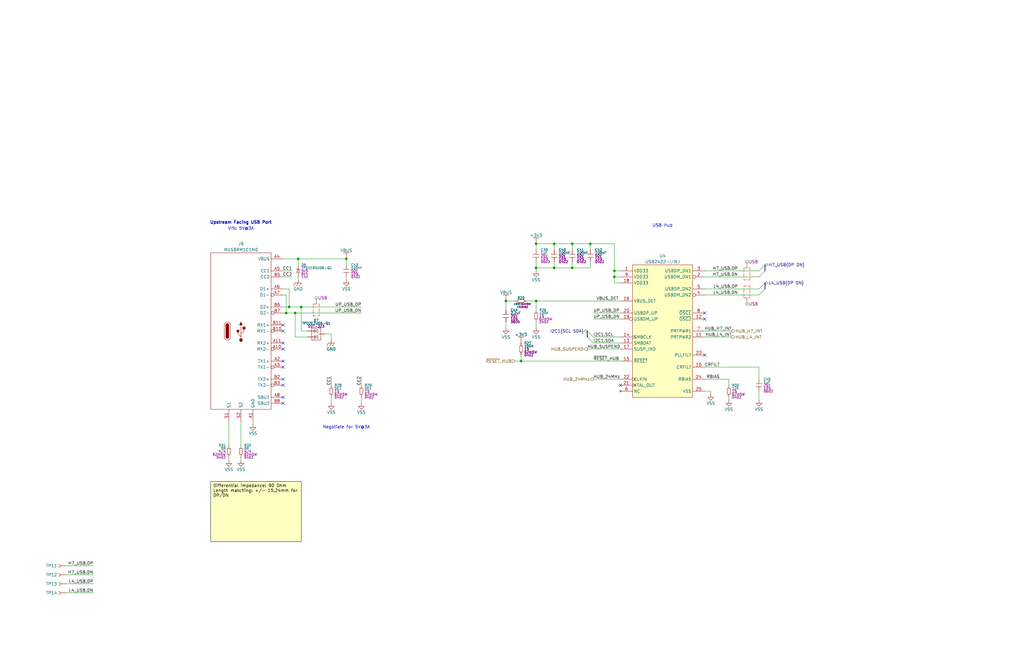
<source format=kicad_sch>
(kicad_sch (version 20250114) (generator "eeschema") (generator_version "9.0")
  (paper "B")
  (title_block (title "Awohali USB Hub") (date "2025-05-13") (rev "1") (comment 2 "PROTOTYPE") (comment 3 "2025"))
  (lib_symbols
    (symbol "lib_pwr:+3V3" (power) (pin_numbers (hide yes)) (pin_names (offset 0) (hide yes))
      (property "Value" "+3V3" (at 0 3.556 0))
      (symbol "+3V3_0_1"
        (polyline (pts (xy -1.27 2.54) (xy 0 2.54)))
        (polyline (pts (xy 0 2.54) (xy 1.27 2.54)))
        (polyline (pts (xy 0 0) (xy 0 2.54)))
      )
      (symbol "+3V3_1_1"
        (pin power_in line (at 0 0 90) (length 0) (name "~") (number "1"))
      )
    )
    (symbol "lib_pwr:CGND" (power) (pin_numbers (hide yes)) (pin_names (offset 0) (hide yes))
      (property "Value" "GND" (at 0 -3.81 0))
      (symbol "CGND_0_1"
        (polyline (pts (xy -1.27 -1.27) (xy -1.905 -2.54)))
        (polyline (pts (xy -1.27 -1.27) (xy -1.27 -1.27)))
        (polyline (pts (xy -0.254 -2.54) (xy -0.254 -2.54)))
        (polyline (pts (xy 0 0) (xy 0 -1.27)))
        (polyline (pts (xy 0 -1.27) (xy -0.635 -2.54)))
        (polyline (pts (xy 1.27 -1.27) (xy -1.27 -1.27)))
        (polyline (pts (xy 1.27 -1.27) (xy 0.635 -2.54)))
      )
      (symbol "CGND_1_1"
        (pin power_in line (at 0 0 270) (length 0) (name "~") (number "1"))
      )
    )
    (symbol "lib_pwr:VBUS" (power) (pin_numbers (hide yes)) (pin_names (offset 0) (hide yes))
      (property "Value" "VBUS" (at 0 3.556 0))
      (symbol "VBUS_0_1"
        (polyline (pts (xy -1.27 2.54) (xy 0 2.54)))
        (polyline (pts (xy 0 2.54) (xy 1.27 2.54)))
        (polyline (pts (xy 0 0) (xy 0 2.54)))
      )
      (symbol "VBUS_1_1"
        (pin power_in line (at 0 0 90) (length 0) (name "~") (number "1"))
      )
    )
    (symbol "lib_pwr:VSS" (power) (pin_numbers (hide yes)) (pin_names (offset 0) (hide yes))
      (property "Value" "VSS" (at 0 -3.81 0))
      (symbol "VSS_0_1"
        (polyline (pts (xy 0 0) (xy 0 -1.27) (xy 1.27 -1.27) (xy 0 -2.54) (xy -1.27 -1.27) (xy 0 -1.27)))
      )
      (symbol "VSS_1_1"
        (pin power_in line (at 0 0 270) (length 0) (name "~") (number "1"))
      )
    )
    (symbol "lib_sch:C" (pin_numbers (hide yes)) (pin_names (hide yes))
      (property "Reference" "C?" (at 1.905 2.54 0))
      (property "Value" "CAP" (at 1.905 1.27 0))
      (property "Tolerance" "TOL" (at 1.905 -1.27 0))
      (property "Voltage Rating" "VOLTAGE" (at 1.905 0 0))
      (property "Package" "PKG" (at 1.905 -2.54 0))
      (symbol "C_0_1"
        (polyline (pts (xy -1.27 0.635) (xy 1.27 0.635)))
        (polyline (pts (xy -1.27 -0.635) (xy 1.27 -0.635)))
      )
      (symbol "C_1_1"
        (pin passive line (at 0 2.54 270) (length 1.905) (name "") (number "1"))
        (pin passive line (at 0 -2.54 90) (length 1.905) (name "") (number "2"))
      )
    )
    (symbol "lib_sch:D_TVS_2CH_Unidirectional" (pin_numbers (hide yes))
      (property "Reference" "D" (at 2.794 1.27 0))
      (property "Value" "VAL" (at 2.794 0 0))
      (property "Package" "PKG" (at 2.794 -1.27 0))
      (symbol "D_TVS_2CH_Unidirectional_0_1"
        (polyline (pts (xy -1.27 0.635) (xy -1.905 0.635) (xy -2.159 0.889)))
        (polyline (pts (xy -1.27 0.635) (xy -0.635 0.635) (xy -0.381 0.381)))
        (polyline (pts (xy 1.27 0.635) (xy 0.635 0.635) (xy 0.381 0.889)))
        (polyline (pts (xy 1.27 0.635) (xy 1.905 0.635) (xy 2.159 0.381)))
      )
      (symbol "D_TVS_2CH_Unidirectional_1_0"
        (pin passive line (at -1.27 3.81 270) (length 3.175) (name "") (number "1"))
        (pin passive line (at 0 -3.81 90) (length 2.54) (name "") (number "3"))
        (pin passive line (at 1.27 3.81 270) (length 3.175) (name "") (number "2"))
      )
      (symbol "D_TVS_2CH_Unidirectional_1_1"
        (rectangle (start -2.54 1.905) (end 2.54 -1.905))
        (polyline (pts (xy -1.905 -0.635) (xy -0.635 -0.635) (xy -1.27 0.635) (xy -1.905 -0.635)) (stroke (width 0.1524)))
        (polyline (pts (xy 0.635 -0.635) (xy 1.905 -0.635) (xy 1.27 0.635) (xy 0.635 -0.635)) (stroke (width 0.1524)))
        (polyline (pts (xy 1.27 -0.635) (xy 1.27 -1.27) (xy -1.27 -1.27) (xy -1.27 -0.635)) (stroke (width 0) (color 129 255 190 1)))
      )
    )
    (symbol "lib_sch:D_TVS_single" (pin_numbers (hide yes))
      (property "Reference" "D" (at 1.27 2.54 0))
      (property "Value" "VAL" (at 1.27 1.27 0))
      (property "Voltage - Reverse Stabdoff" "VRM" (at 1.27 0 0))
      (property "Voltage - Breakdown" "VBR" (at 1.27 -1.27 0))
      (property "Voltage - Clamping" "VCL" (at 1.27 -2.54 0))
      (symbol "D_TVS_single_0_1"
        (polyline (pts (xy 0 0.635) (xy -0.635 0.635) (xy -0.889 0.889)))
        (polyline (pts (xy 0 0.635) (xy 0.635 0.635) (xy 0.889 0.381)))
      )
      (symbol "D_TVS_single_1_0"
        (pin passive line (at 0 2.54 270) (length 1.905) (name "") (number "1"))
        (pin passive line (at 0 -2.54 90) (length 1.905) (name "") (number "2"))
      )
      (symbol "D_TVS_single_1_1"
        (polyline (pts (xy -0.635 -0.635) (xy 0.635 -0.635) (xy 0 0.635) (xy -0.635 -0.635)) (stroke (width 0.1524)))
      )
    )
    (symbol "lib_sch:R"
      (property "Reference" "R?" (at 1.27 2.54 0))
      (property "Value" "VAL" (at 1.27 1.27 0))
      (property "Tolerance" "TOL" (at 1.27 0 0))
      (property "Power Rating" "PWR" (at 1.27 -1.27 0))
      (property "Package" "PKG" (at 1.27 -2.54 0))
      (symbol "R_0_1"
        (polyline (pts (xy -0.635 1.27) (xy -0.635 -1.27) (xy 0.635 -1.27) (xy 0.635 1.27) (xy -0.635 1.27)))
      )
      (symbol "R_1_1"
        (pin passive line (at 0 2.54 270) (length 1.27) (name "") (number "1"))
        (pin passive line (at 0 -2.54 90) (length 1.27) (name "") (number "2"))
      )
    )
    (symbol "lib_sch:R_horizontal"
      (property "Reference" "R?" (at 0 1.27 0))
      (property "Value" "VAL" (at 0 -1.27 0))
      (property "Tolerance" "TOL" (at 0 -2.54 0))
      (property "Power Rating" "PWR" (at 0 -1.27 0))
      (property "Package" "PKG" (at 0 -2.54 0))
      (symbol "R_horizontal_0_1"
        (polyline (pts (xy -1.27 -0.635) (xy 1.27 -0.635) (xy 1.27 0.635) (xy -1.27 0.635) (xy -1.27 -0.635)))
      )
      (symbol "R_horizontal_1_1"
        (pin passive line (at -2.54 0 0) (length 1.27) (name "") (number "1"))
        (pin passive line (at 2.54 0 180) (length 1.27) (name "") (number "2"))
      )
    )
    (symbol "lib_sch:Testpoint" (pin_numbers (hide yes)) (pin_names (hide yes))
      (property "Reference" "TP" (at -1.27 0 0))
      (symbol "Testpoint_0_1"
        (arc (start -0.635 0.635) (mid 0 0) (end -0.635 -0.635))
      )
      (symbol "Testpoint_1_0"
        (pin passive line (at 2.54 0 180) (length 2.54) (name "") (number "1"))
      )
    )
    (symbol "lib_sch:USB2422x/xx"
      (property "Reference" "U" (at 0 31.75 0))
      (property "Value" "USB2422x/xx" (at 0 29.21 0))
      (symbol "USB2422x/xx_1_0"
        (pin power_in line (at -17.78 25.4 0) (length 5.08) (name "VDD33") (number "1"))
        (pin power_in line (at -17.78 22.86 0) (length 5.08) (name "VDD33") (number "9"))
        (pin power_in line (at -17.78 20.32 0) (length 5.08) (name "VDD33") (number "18"))
        (pin input line (at -17.78 12.7 0) (length 5.08) (name "VBUS_DET") (number "16"))
        (pin bidirectional line (at -17.78 7.62 0) (length 5.08) (name "USBDP_UP") (number "20"))
        (pin bidirectional inverted (at -17.78 5.08 0) (length 5.08) (name "USBDM_UP") (number "19"))
        (pin input clock (at -17.78 -2.54 0) (length 5.08) (name "SMBCLK") (number "14"))
        (pin bidirectional line (at -17.78 -5.08 0) (length 5.08) (name "SMBDAT") (number "13"))
        (pin bidirectional line (at -17.78 -7.62 0) (length 5.08) (name "SUSP_IND") (number "17"))
        (pin input line (at -17.78 -12.7 0) (length 5.08) (name "~{RESET}") (number "15"))
        (pin input clock (at -17.78 -20.32 0) (length 5.08) (name "XTAL_IN") (number "22") (alternate "CLKIN" input clock))
        (pin output clock (at -17.78 -22.86 0) (length 5.08) (name "XTAL_OUT") (number "21"))
        (pin no_connect line (at -17.78 -25.4 0) (length 5.08) (name "NC") (number "6"))
        (pin bidirectional line (at 17.78 25.4 180) (length 5.08) (name "USBDP_DN1") (number "3"))
        (pin bidirectional inverted (at 17.78 22.86 180) (length 5.08) (name "USBDM_DN1") (number "2"))
        (pin bidirectional line (at 17.78 17.78 180) (length 5.08) (name "USBDP_DN2") (number "5"))
        (pin bidirectional inverted (at 17.78 15.24 180) (length 5.08) (name "USBDM_DN2") (number "4"))
        (pin input line (at 17.78 7.62 180) (length 5.08) (name "~{OSC1}") (number "8"))
        (pin input line (at 17.78 5.08 180) (length 5.08) (name "~{OSC2}") (number "12"))
        (pin output line (at 17.78 0 180) (length 5.08) (name "PRTPWR1") (number "7"))
        (pin output line (at 17.78 -2.54 180) (length 5.08) (name "PRTPWR2") (number "11"))
        (pin passive line (at 17.78 -10.16 180) (length 5.08) (name "PLLFILT") (number "23"))
        (pin passive line (at 17.78 -15.24 180) (length 5.08) (name "CRFILT") (number "10"))
        (pin input line (at 17.78 -20.32 180) (length 5.08) (name "RBIAS") (number "24"))
        (pin power_in line (at 17.78 -25.4 180) (length 5.08) (name "VSS") (number "25"))
      )
      (symbol "USB2422x/xx_1_1"
        (rectangle (start -12.7 27.94) (end 12.7 -27.94) (fill (type background)))
      )
    )
    (symbol "lib_sch:USB_C_Receptacle_24P"
      (property "Reference" "J?" (at 0 36.83 0))
      (property "Value" "USB_C_Receptacle_USB2.0" (at 0 34.29 0))
      (symbol "USB_C_Receptacle_24P_1_0"
        (pin passive line (at -5.08 -38.1 90) (length 5.08) (name "S1") (number "S1"))
        (pin passive line (at 0 -38.1 90) (length 5.08) (name "S2") (number "S2"))
        (pin power_in line (at 5.08 -38.1 90) (length 5.08) (name "GND") (number "A1"))
        (pin passive line (at 5.08 -38.1 90) (length 5.08) (hide yes) (name "GND") (number "A12"))
        (pin passive line (at 5.08 -38.1 90) (length 5.08) (hide yes) (name "GND") (number "B1"))
        (pin passive line (at 5.08 -38.1 90) (length 5.08) (hide yes) (name "GND") (number "B12"))
        (pin passive line (at 5.08 -38.1 90) (length 5.08) (hide yes) (name "GND") (number "G1"))
        (pin passive line (at 5.08 -38.1 90) (length 5.08) (hide yes) (name "GND") (number "G2"))
        (pin passive line (at 5.08 -38.1 90) (length 5.08) (hide yes) (name "GND") (number "G3"))
        (pin passive line (at 5.08 -38.1 90) (length 5.08) (hide yes) (name "GND") (number "G4"))
        (pin passive line (at 5.08 -38.1 90) (length 5.08) (hide yes) (name "GND") (number "G5"))
        (pin passive line (at 5.08 -38.1 90) (length 5.08) (hide yes) (name "GND") (number "G6"))
        (pin power_out line (at 17.78 30.48 180) (length 5.08) (name "VBUS") (number "A4"))
        (pin power_out line (at 17.78 30.48 180) (length 5.08) (hide yes) (name "VBUS") (number "A9"))
        (pin power_out line (at 17.78 30.48 180) (length 5.08) (hide yes) (name "VBUS") (number "B4"))
        (pin power_out line (at 17.78 30.48 180) (length 5.08) (hide yes) (name "VBUS") (number "B9"))
        (pin passive line (at 17.78 25.4 180) (length 5.08) (name "CC1") (number "A5"))
        (pin passive line (at 17.78 22.86 180) (length 5.08) (name "CC2") (number "B5"))
        (pin bidirectional line (at 17.78 17.78 180) (length 5.08) (name "D1+") (number "A6"))
        (pin bidirectional inverted (at 17.78 15.24 180) (length 5.08) (name "D1-") (number "A7"))
        (pin bidirectional line (at 17.78 10.16 180) (length 5.08) (name "D2+") (number "B6"))
        (pin bidirectional inverted (at 17.78 7.62 180) (length 5.08) (name "D2-") (number "B7"))
        (pin input line (at 17.78 2.54 180) (length 5.08) (name "RX1+") (number "B11"))
        (pin input inverted (at 17.78 0 180) (length 5.08) (name "RX1-") (number "B10"))
        (pin input line (at 17.78 -5.08 180) (length 5.08) (name "RX2+") (number "A11"))
        (pin input inverted (at 17.78 -7.62 180) (length 5.08) (name "RX2-") (number "A10"))
        (pin output line (at 17.78 -12.7 180) (length 5.08) (name "TX1+") (number "A2"))
        (pin output inverted (at 17.78 -15.24 180) (length 5.08) (name "TX1-") (number "A3"))
        (pin output line (at 17.78 -20.32 180) (length 5.08) (name "TX2+") (number "B2"))
        (pin output inverted (at 17.78 -22.86 180) (length 5.08) (name "TX2-") (number "B3"))
        (pin bidirectional line (at 17.78 -27.94 180) (length 5.08) (name "SBU1") (number "A8"))
        (pin bidirectional line (at 17.78 -30.48 180) (length 5.08) (name "SBU2") (number "B8"))
      )
      (symbol "USB_C_Receptacle_24P_1_1"
        (rectangle (start -12.7 33.02) (end 12.7 -33.02))
        (polyline (pts (xy -6.985 2.54) (xy -6.985 -2.54)))
        (rectangle (start -6.35 2.54) (end -5.08 -2.54) (fill (type outline)))
        (arc (start -6.985 2.54) (mid -5.715 3.81) (end -4.445 2.54))
        (circle (center -5.715 2.54) (radius 0.635) (fill (type outline)))
        (circle (center -5.715 -2.54) (radius 0.635) (fill (type outline)))
        (arc (start -4.445 -2.54) (mid -5.715 -3.81) (end -6.985 -2.54))
        (polyline (pts (xy -4.445 2.54) (xy -4.445 -2.54)))
        (circle (center -1.27 0) (radius 0.508) (fill (type outline)))
        (polyline (pts (xy 0 2.54) (xy -0.635 2.54) (xy 0 3.81) (xy 0.635 2.54) (xy 0 2.54)) (fill (type outline)))
        (polyline (pts (xy 0 -1.27) (xy 1.27 0) (xy 1.27 0.635)))
        (polyline (pts (xy 0 -2.413) (xy -1.27 -1.143) (xy -1.27 -0.508)))
        (polyline (pts (xy 0 -3.175) (xy 0 2.54)))
        (circle (center 0 -3.81) (radius 0.635) (fill (type outline)))
        (rectangle (start 0.762 1.778) (end 1.778 0.762) (fill (type outline)))
      )
    )
  )
  (text "Negotiate for 5V@3A" (at 146.05 180.34 0) (effects (font (size 1.27 1.27))))
  (text "VIN: 5V@3A" (at 101.6 96.52 0) (effects (font (size 1.27 1.27))))
  (text "Upstream Facing USB Port" (at 101.6 93.98 0) (effects (font (size 1.27 1.27) (thickness 0.254) (bold yes))))
  (text "USB Hub" (at 279.4 95.25 0) (effects (font (size 1.27 1.27))))
  (text_box "Differential impedance: 90 Ohm\nLength matching: +/- 15.24mm for DP/DN" (at 88.9 203.2 0) (size 38.1 25.4) (margins 0.9525 0.9525 0.9525 0.9525) (stroke (width 0) (color 0 0 0 1)) (fill (type color) (color 255 255 194 1)) (effects (font (size 1.27 1.27)) (justify left top)))
  (junction (at 233.68 102.87))
  (junction (at 226.06 127))
  (junction (at 146.05 109.22))
  (junction (at 259.08 116.84))
  (junction (at 248.92 102.87))
  (junction (at 125.73 109.22))
  (junction (at 121.92 129.54))
  (junction (at 226.06 102.87))
  (junction (at 259.08 114.3))
  (junction (at 127 129.54))
  (junction (at 219.71 152.4))
  (junction (at 233.68 113.03))
  (junction (at 124.46 132.08))
  (junction (at 120.65 132.08))
  (junction (at 213.36 127))
  (junction (at 241.3 113.03))
  (junction (at 241.3 102.87))
  (junction (at 226.06 113.03))
  (no_connect (at 261.62 162.56))
  (no_connect (at 119.38 160.02))
  (no_connect (at 297.18 134.62))
  (no_connect (at 119.38 162.56))
  (no_connect (at 119.38 170.18))
  (no_connect (at 119.38 139.7))
  (no_connect (at 119.38 152.4))
  (no_connect (at 119.38 137.16))
  (no_connect (at 297.18 149.86))
  (no_connect (at 119.38 144.78))
  (no_connect (at 119.38 147.32))
  (no_connect (at 119.38 167.64))
  (no_connect (at 297.18 132.08))
  (no_connect (at 119.38 154.94))
  (bus_entry (at 320.04 114.3) (size 2.54 -2.54))
  (bus_entry (at 250.19 144.78) (size -2.54 -2.54))
  (bus_entry (at 320.04 116.84) (size 2.54 -2.54))
  (bus_entry (at 320.04 121.92) (size 2.54 -2.54))
  (bus_entry (at 250.19 142.24) (size -2.54 -2.54))
  (bus_entry (at 320.04 124.46) (size 2.54 -2.54))
  (wire (pts (xy 139.7 140.97) (xy 139.7 143.51)))
  (wire (pts (xy 241.3 113.03) (xy 233.68 113.03)))
  (wire (pts (xy 250.19 144.78) (xy 261.62 144.78)))
  (wire (pts (xy 121.92 129.54) (xy 127 129.54)))
  (wire (pts (xy 226.06 102.87) (xy 226.06 105.41)))
  (wire (pts (xy 119.38 116.84) (xy 123.19 116.84)))
  (wire (pts (xy 39.37 246.38) (xy 27.94 246.38)))
  (wire (pts (xy 307.34 160.02) (xy 297.18 160.02)))
  (wire (pts (xy 146.05 109.22) (xy 146.05 111.76)))
  (wire (pts (xy 320.04 165.1) (xy 320.04 168.91)))
  (wire (pts (xy 101.6 193.04) (xy 101.6 194.31)))
  (wire (pts (xy 297.18 124.46) (xy 320.04 124.46)))
  (wire (pts (xy 119.38 124.46) (xy 120.65 124.46)))
  (wire (pts (xy 241.3 102.87) (xy 233.68 102.87)))
  (wire (pts (xy 259.08 114.3) (xy 261.62 114.3)))
  (wire (pts (xy 213.36 135.89) (xy 213.36 138.43)))
  (wire (pts (xy 139.7 158.75) (xy 139.7 162.56)))
  (wire (pts (xy 129.54 142.24) (xy 124.46 142.24)))
  (wire (pts (xy 259.08 119.38) (xy 259.08 116.84)))
  (wire (pts (xy 250.19 160.02) (xy 261.62 160.02)))
  (bus (pts (xy 322.58 111.76) (xy 322.58 114.3)))
  (wire (pts (xy 219.71 152.4) (xy 261.62 152.4)))
  (wire (pts (xy 121.92 129.54) (xy 119.38 129.54)))
  (wire (pts (xy 120.65 132.08) (xy 124.46 132.08)))
  (wire (pts (xy 259.08 102.87) (xy 259.08 114.3)))
  (wire (pts (xy 139.7 140.97) (xy 137.16 140.97)))
  (wire (pts (xy 299.72 165.1) (xy 297.18 165.1)))
  (wire (pts (xy 226.06 127) (xy 222.25 127)))
  (wire (pts (xy 248.92 110.49) (xy 248.92 113.03)))
  (wire (pts (xy 297.18 116.84) (xy 320.04 116.84)))
  (wire (pts (xy 250.19 142.24) (xy 261.62 142.24)))
  (wire (pts (xy 119.38 121.92) (xy 121.92 121.92)))
  (wire (pts (xy 233.68 113.03) (xy 226.06 113.03)))
  (wire (pts (xy 248.92 113.03) (xy 241.3 113.03)))
  (wire (pts (xy 226.06 127) (xy 261.62 127)))
  (wire (pts (xy 127 129.54) (xy 127 139.7)))
  (wire (pts (xy 152.4 167.64) (xy 152.4 170.18)))
  (wire (pts (xy 39.37 242.57) (xy 27.94 242.57)))
  (wire (pts (xy 125.73 109.22) (xy 125.73 111.76)))
  (wire (pts (xy 152.4 158.75) (xy 152.4 162.56)))
  (wire (pts (xy 248.92 102.87) (xy 259.08 102.87)))
  (wire (pts (xy 307.34 162.56) (xy 307.34 160.02)))
  (bus (pts (xy 247.65 142.24) (xy 247.65 139.7)))
  (wire (pts (xy 241.3 110.49) (xy 241.3 113.03)))
  (wire (pts (xy 101.6 177.8) (xy 101.6 187.96)))
  (wire (pts (xy 226.06 113.03) (xy 226.06 114.3)))
  (wire (pts (xy 226.06 113.03) (xy 226.06 110.49)))
  (wire (pts (xy 217.17 127) (xy 213.36 127)))
  (wire (pts (xy 125.73 109.22) (xy 146.05 109.22)))
  (wire (pts (xy 226.06 130.81) (xy 226.06 127)))
  (wire (pts (xy 241.3 102.87) (xy 241.3 105.41)))
  (wire (pts (xy 320.04 160.02) (xy 320.04 154.94)))
  (wire (pts (xy 259.08 116.84) (xy 259.08 114.3)))
  (wire (pts (xy 213.36 127) (xy 213.36 130.81)))
  (wire (pts (xy 120.65 124.46) (xy 120.65 132.08)))
  (wire (pts (xy 248.92 102.87) (xy 248.92 105.41)))
  (wire (pts (xy 124.46 132.08) (xy 152.4 132.08)))
  (wire (pts (xy 120.65 132.08) (xy 119.38 132.08)))
  (wire (pts (xy 297.18 139.7) (xy 308.61 139.7)))
  (wire (pts (xy 299.72 166.37) (xy 299.72 165.1)))
  (wire (pts (xy 96.52 177.8) (xy 96.52 187.96)))
  (wire (pts (xy 119.38 114.3) (xy 123.19 114.3)))
  (wire (pts (xy 129.54 139.7) (xy 127 139.7)))
  (wire (pts (xy 250.19 134.62) (xy 261.62 134.62)))
  (wire (pts (xy 250.19 132.08) (xy 261.62 132.08)))
  (wire (pts (xy 297.18 121.92) (xy 320.04 121.92)))
  (wire (pts (xy 248.92 102.87) (xy 241.3 102.87)))
  (wire (pts (xy 259.08 119.38) (xy 261.62 119.38)))
  (bus (pts (xy 322.58 119.38) (xy 322.58 121.92)))
  (wire (pts (xy 121.92 121.92) (xy 121.92 129.54)))
  (wire (pts (xy 39.37 250.19) (xy 27.94 250.19)))
  (wire (pts (xy 320.04 154.94) (xy 297.18 154.94)))
  (wire (pts (xy 106.68 177.8) (xy 106.68 179.07)))
  (wire (pts (xy 39.37 238.76) (xy 27.94 238.76)))
  (wire (pts (xy 297.18 142.24) (xy 308.61 142.24)))
  (wire (pts (xy 127 129.54) (xy 152.4 129.54)))
  (wire (pts (xy 226.06 135.89) (xy 226.06 138.43)))
  (wire (pts (xy 119.38 109.22) (xy 125.73 109.22)))
  (wire (pts (xy 96.52 193.04) (xy 96.52 194.31)))
  (wire (pts (xy 217.17 152.4) (xy 219.71 152.4)))
  (wire (pts (xy 233.68 110.49) (xy 233.68 113.03)))
  (wire (pts (xy 219.71 149.86) (xy 219.71 152.4)))
  (wire (pts (xy 146.05 116.84) (xy 146.05 118.11)))
  (wire (pts (xy 233.68 102.87) (xy 233.68 105.41)))
  (wire (pts (xy 259.08 116.84) (xy 261.62 116.84)))
  (wire (pts (xy 307.34 167.64) (xy 307.34 168.91)))
  (wire (pts (xy 247.65 147.32) (xy 261.62 147.32)))
  (wire (pts (xy 297.18 114.3) (xy 320.04 114.3)))
  (wire (pts (xy 233.68 102.87) (xy 226.06 102.87)))
  (wire (pts (xy 124.46 132.08) (xy 124.46 142.24)))
  (wire (pts (xy 125.73 118.11) (xy 125.73 116.84)))
  (wire (pts (xy 139.7 167.64) (xy 139.7 170.18)))
  (label "CC2" (at 152.4 158.75 270))
  (label "UP_USB_DP" (at 152.4 129.54 180))
  (label "CC1" (at 139.7 158.75 270))
  (label "L4_USB.DP" (at 311.15 121.92 180))
  (label "CC1" (at 123.19 114.3 180))
  (label "CC2" (at 123.19 116.84 180))
  (label "H7_USB.DP" (at 39.37 238.76 180))
  (label "UP_USB_DN" (at 250.19 134.62 0))
  (label "H7_USB.DN" (at 39.37 242.57 180))
  (label "H7_USB.DN" (at 311.15 116.84 180))
  (label "HUB_L4_INT" (at 308.61 142.24 180))
  (label "UP_USB_DP" (at 250.19 132.08 0))
  (label "HUB_SUSPEND" (at 247.65 147.32 0))
  (label "UP_USB_DN" (at 152.4 132.08 180))
  (label "CRFILT" (at 303.53 154.94 180))
  (label "HUB_H7_INT" (at 308.61 139.7 180))
  (label "L4_USB.DP" (at 39.37 246.38 180))
  (label "~{RESET}_HUB" (at 250.19 152.4 0))
  (label "L4_USB.DN" (at 311.15 124.46 180))
  (label "I2C1.SCL" (at 250.19 142.24 0))
  (label "H7_USB.DP" (at 311.15 114.3 180))
  (label "RBIAS" (at 303.53 160.02 180))
  (label "VBUS_DET" (at 251.46 127 0))
  (label "HUB_24MHz" (at 250.19 160.02 0))
  (label "I2C1.SDA" (at 250.19 144.78 0))
  (label "L4_USB.DN" (at 39.37 250.19 180))
  (hierarchical_label "HUB_H7_INT" (shape output) (at 308.61 139.7 0))
  (hierarchical_label "L4_USB{DP DN}" (shape bidirectional) (at 322.58 119.38 0))
  (hierarchical_label "~{RESET}_HUB" (shape input) (at 217.17 152.4 180))
  (hierarchical_label "HUB_SUSPEND" (shape output) (at 247.65 147.32 180))
  (hierarchical_label "H7_USB{DP DN}" (shape bidirectional) (at 322.58 111.76 0))
  (hierarchical_label "I2C1{SCL SDA}" (shape bidirectional) (at 247.65 139.7 180))
  (hierarchical_label "HUB_24MHz" (shape output) (at 250.19 160.02 180))
  (hierarchical_label "HUB_L4_INT" (shape output) (at 308.5527 142.24 0))
  (rule_area (polyline (pts (xy 313.69 113.03) (xy 313.69 118.11) (xy 316.23 118.11) (xy 316.23 113.03)) (stroke (width 0) (type dash))))
  (rule_area (polyline (pts (xy 132.08 128.27) (xy 132.08 133.35) (xy 134.62 133.35) (xy 134.62 128.27)) (stroke (width 0) (type dash))))
  (rule_area (polyline (pts (xy 313.69 125.73) (xy 313.69 120.65) (xy 316.23 120.65) (xy 316.23 125.73)) (stroke (width 0) (type dash))))
  (netclass_flag "" (length 2.54) (shape round) (at 314.96 113.03 0) (property "Netclass" "USB" (at 315.6585 110.49 0) (effects (justify left))))
  (netclass_flag "" (length 2.54) (shape round) (at 314.96 125.73 180) (property "Netclass" "USB" (at 315.6585 128.27 0) (effects (justify left))))
  (netclass_flag "" (length 2.54) (shape round) (at 133.35 128.27 0) (property "Netclass" "USB" (at 134.0485 125.73 0) (effects (justify left))))
  (symbol (lib_id "lib_sch:Testpoint") (at 25.4 246.38 0) (unit 1) (in_bom no)
    (property "Reference" "TP13" (at 24.13 246.38 0) (effects (justify right)))
    (property "Footprint" "lib_misc:TP_1mm" (effects (hide yes)))
    (property "Manufacturer" "N/A" (effects (hide yes)))
    (property "MPN" "N/A" (effects (hide yes)))
    (property "DKPN" "N/A" (effects (hide yes)))
  )
  (symbol (lib_id "lib_pwr:VSS") (at 213.36 138.43 0) (unit 1)
    (property "Reference" "#PWR094" (effects (hide yes)))
    (property "Value" "VSS" (at 213.36 142.24 0))
  )
  (symbol (lib_id "lib_sch:R") (at 96.52 190.5 0) (mirror y) (unit 1)
    (property "Reference" "R31" (at 95.25 187.96 0) (effects (font (size 1.016 1.016)) (justify left)))
    (property "Value" "0R" (at 95.25 189.23 0) (effects (font (size 1.016 1.016)) (justify left)))
    (property "Footprint" "lib_passives:CRCW0402" (effects (hide yes)))
    (property "Datasheet" "https://www.vishay.com/docs/20035/dcrcwe3.pdf" (effects (hide yes)))
    (property "Description" "RES SMD 0 OHM JUMPER 1/16W 0402" (effects (hide yes)))
    (property "Manufacturer" "Vishay Dale" (effects (hide yes)))
    (property "MPN" "CRCW04020000Z0ED" (effects (hide yes)))
    (property "DKPN" "541-0.0JCT-ND" (effects (hide yes)))
    (property "Tolerance" "N/A" (at 95.25 190.5 0) (effects (font (size 1.016 1.016)) (justify left)))
    (property "Power Rating" "62m5W" (at 95.25 191.77 0) (effects (font (size 1.016 1.016)) (justify left)))
    (property "Package" "0402" (at 95.25 193.04 0) (effects (font (size 1.016 1.016)) (justify left)))
  )
  (symbol (lib_id "lib_sch:C") (at 146.05 114.3 0) (unit 1)
    (property "Reference" "C43" (at 147.955 111.76 0) (effects (font (size 1.016 1.016)) (justify left)))
    (property "Value" "100nF" (at 147.955 113.03 0) (effects (font (size 1.016 1.016)) (justify left)))
    (property "Footprint" "lib_passives:GCM0402" (effects (hide yes)))
    (property "Datasheet" "https://search.murata.co.jp/Ceramy/image/img/A01X/G101/ENG/GRT155R71H104KE01-01A.pdf" (effects (hide yes)))
    (property "Description" "CAP CER 0.1UF 50V X7R 0402" (effects (hide yes)))
    (property "Manufacturer" "Murata Electronics" (effects (hide yes)))
    (property "MPN" "GRT155R71H104KE01D" (effects (hide yes)))
    (property "DKPN" "490-GRT155R71H104KE01DCT-ND" (effects (hide yes)))
    (property "Tolerance" "10%" (at 147.955 115.57 0) (effects (font (size 1.016 1.016)) (justify left)))
    (property "Voltage Rating" "50V" (at 147.955 114.3 0) (effects (font (size 1.016 1.016)) (justify left)))
    (property "Package" "0402" (at 147.955 116.84 0) (effects (font (size 1.016 1.016)) (justify left)))
  )
  (symbol (lib_id "lib_sch:R") (at 152.4 165.1 0) (unit 1)
    (property "Reference" "R29" (at 153.67 162.56 0) (effects (font (size 1.016 1.016)) (justify left)))
    (property "Value" "5K1" (at 153.67 163.83 0) (effects (font (size 1.016 1.016)) (justify left)))
    (property "Footprint" "lib_passives:CRCW0402" (effects (hide yes)))
    (property "Datasheet" "https://www.vishay.com/docs/20035/dcrcwe3.pdf" (effects (hide yes)))
    (property "Description" "RES SMD 5.1K OHM 1% 1/16W 0402" (effects (hide yes)))
    (property "Manufacturer" "Vishay Dale" (effects (hide yes)))
    (property "MPN" "CRCW04025K10FKED" (effects (hide yes)))
    (property "DKPN" "541-5.10KLCT-ND" (effects (hide yes)))
    (property "Tolerance" "1%" (at 153.67 165.1 0) (effects (font (size 1.016 1.016)) (justify left)))
    (property "Power Rating" "62m5W" (at 153.67 166.37 0) (effects (font (size 1.016 1.016)) (justify left)))
    (property "Package" "0402" (at 153.67 167.64 0) (effects (font (size 1.016 1.016)) (justify left)))
  )
  (symbol (lib_id "lib_pwr:VSS") (at 139.7 170.18 0) (unit 1)
    (property "Reference" "#PWR0101" (effects (hide yes)))
    (property "Value" "VSS" (at 139.7 173.99 0))
  )
  (symbol (lib_id "lib_sch:C") (at 241.3 107.95 0) (unit 1)
    (property "Reference" "C41" (at 243.205 105.41 0) (effects (font (size 1.016 1.016)) (justify left)))
    (property "Value" "100nF" (at 243.205 106.68 0) (effects (font (size 1.016 1.016)) (justify left)))
    (property "Footprint" "lib_passives:GCM0402" (effects (hide yes)))
    (property "Datasheet" "https://search.murata.co.jp/Ceramy/image/img/A01X/G101/ENG/GRT155R71H104KE01-01A.pdf" (effects (hide yes)))
    (property "Description" "CAP CER 0.1UF 50V X7R 0402" (effects (hide yes)))
    (property "Manufacturer" "Murata Electronics" (effects (hide yes)))
    (property "MPN" "GRT155R71H104KE01D" (effects (hide yes)))
    (property "DKPN" "490-GRT155R71H104KE01DCT-ND" (effects (hide yes)))
    (property "Tolerance" "10%" (at 243.205 109.22 0) (effects (font (size 1.016 1.016)) (justify left)))
    (property "Voltage Rating" "50V" (at 243.205 107.95 0) (effects (font (size 1.016 1.016)) (justify left)))
    (property "Package" "0402" (at 243.205 110.49 0) (effects (font (size 1.016 1.016)) (justify left)))
  )
  (symbol (lib_id "lib_pwr:VSS") (at 299.72 166.37 0) (unit 1)
    (property "Reference" "#PWR098" (effects (hide yes)))
    (property "Value" "VSS" (at 299.72 170.18 0))
  )
  (symbol (lib_id "lib_sch:C") (at 248.92 107.95 0) (unit 1)
    (property "Reference" "C42" (at 250.825 105.41 0) (effects (font (size 1.016 1.016)) (justify left)))
    (property "Value" "100nF" (at 250.825 106.68 0) (effects (font (size 1.016 1.016)) (justify left)))
    (property "Footprint" "lib_passives:GCM0402" (effects (hide yes)))
    (property "Datasheet" "https://search.murata.co.jp/Ceramy/image/img/A01X/G101/ENG/GRT155R71H104KE01-01A.pdf" (effects (hide yes)))
    (property "Description" "CAP CER 0.1UF 50V X7R 0402" (effects (hide yes)))
    (property "Manufacturer" "Murata Electronics" (effects (hide yes)))
    (property "MPN" "GRT155R71H104KE01D" (effects (hide yes)))
    (property "DKPN" "490-GRT155R71H104KE01DCT-ND" (effects (hide yes)))
    (property "Tolerance" "10%" (at 250.825 109.22 0) (effects (font (size 1.016 1.016)) (justify left)))
    (property "Voltage Rating" "50V" (at 250.825 107.95 0) (effects (font (size 1.016 1.016)) (justify left)))
    (property "Package" "0402" (at 250.825 110.49 0) (effects (font (size 1.016 1.016)) (justify left)))
  )
  (symbol (lib_id "lib_pwr:VBUS") (at 146.05 109.22 0) (unit 1)
    (property "Reference" "#PWR089" (effects (hide yes)))
    (property "Value" "VBUS" (at 146.05 105.664 0))
  )
  (symbol (lib_id "lib_sch:R") (at 101.6 190.5 0) (unit 1)
    (property "Reference" "R32" (at 102.87 187.96 0) (effects (font (size 1.016 1.016)) (justify left)))
    (property "Value" "0R" (at 102.87 189.23 0) (effects (font (size 1.016 1.016)) (justify left)))
    (property "Footprint" "lib_passives:CRCW0402" (effects (hide yes)))
    (property "Datasheet" "https://www.vishay.com/docs/20035/dcrcwe3.pdf" (effects (hide yes)))
    (property "Description" "RES SMD 0 OHM JUMPER 1/16W 0402" (effects (hide yes)))
    (property "Manufacturer" "Vishay Dale" (effects (hide yes)))
    (property "MPN" "CRCW04020000Z0ED" (effects (hide yes)))
    (property "DKPN" "541-0.0JCT-ND" (effects (hide yes)))
    (property "Tolerance" "N/A" (at 102.87 190.5 0) (effects (font (size 1.016 1.016)) (justify left)))
    (property "Power Rating" "62m5W" (at 102.87 191.77 0) (effects (font (size 1.016 1.016)) (justify left)))
    (property "Package" "0402" (at 102.87 193.04 0) (effects (font (size 1.016 1.016)) (justify left)))
  )
  (symbol (lib_id "lib_sch:C") (at 320.04 162.56 0) (unit 1)
    (property "Reference" "C45" (at 321.945 160.02 0) (effects (font (size 1.016 1.016)) (justify left)))
    (property "Value" "1uF" (at 321.945 161.29 0) (effects (font (size 1.016 1.016)) (justify left)))
    (property "Footprint" "lib_passives:GRT0603" (effects (hide yes)))
    (property "Datasheet" "https://search.murata.co.jp/Ceramy/image/img/A01X/G101/ENG/GRT188R71E105KE13-01A.pdf" (effects (hide yes)))
    (property "Description" "CAP CER 1UF 25V X7R 0603" (effects (hide yes)))
    (property "Manufacturer" "Murata Electronics" (effects (hide yes)))
    (property "MPN" "GRT188R71E105KE13D" (effects (hide yes)))
    (property "DKPN" "490-GRT188R71E105KE13DCT-ND" (effects (hide yes)))
    (property "Tolerance" "10%" (at 321.945 163.83 0) (effects (font (size 1.016 1.016)) (justify left)))
    (property "Voltage Rating" "25V" (at 321.945 162.56 0) (effects (font (size 1.016 1.016)) (justify left)))
    (property "Package" "0603" (at 321.945 165.1 0) (effects (font (size 1.016 1.016)) (justify left)))
  )
  (symbol (lib_id "lib_sch:D_TVS_single") (at 125.73 114.3 0) (unit 1)
    (property "Reference" "D6" (at 127 111.76 0) (effects (font (size 1.016 1.016)) (justify left)))
    (property "Value" "TPD1E05U06-Q1" (at 127 113.03 0) (effects (font (size 1.016 1.016)) (justify left)))
    (property "Footprint" "lib_diodes:SON2P65_100X60X50L50X25N" (effects (hide yes)))
    (property "Datasheet" "https://www.ti.com/lit/ds/symlink/tpd4e05u06-q1.pdf" (effects (hide yes)))
    (property "Description" "TVS DIODE 5.5VWM 14VC 2X1SON" (effects (hide yes)))
    (property "Manufacturer" "Texas Instruments" (effects (hide yes)))
    (property "MPN" "TPD1E05U06QDPYRQ1" (effects (hide yes)))
    (property "DKPN" "296-47863-1-ND" (effects (hide yes)))
    (property "Voltage - Reverse Stabdoff" "5V5" (at 127 114.3 0) (effects (font (size 1.016 1.016)) (justify left)))
    (property "Voltage - Breakdown" "6V4" (at 127 115.57 0) (effects (font (size 1.016 1.016)) (justify left)))
    (property "Voltage - Clamping" "14V" (at 127 116.84 0) (effects (font (size 1.016 1.016)) (justify left)))
  )
  (symbol (lib_id "lib_pwr:VSS") (at 226.06 138.43 0) (unit 1)
    (property "Reference" "#PWR095" (effects (hide yes)))
    (property "Value" "VSS" (at 226.06 142.24 0))
  )
  (symbol (lib_id "lib_pwr:VSS") (at 106.68 179.07 0) (unit 1)
    (property "Reference" "#PWR0103" (effects (hide yes)))
    (property "Value" "VSS" (at 106.68 182.88 0))
  )
  (symbol (lib_id "lib_pwr:CGND") (at 139.7 143.51 0) (unit 1)
    (property "Reference" "#PWR091" (effects (hide yes)))
    (property "Value" "GND" (at 139.7 147.32 0))
  )
  (symbol (lib_id "lib_pwr:+3V3") (at 219.71 144.78 0) (unit 1)
    (property "Reference" "#PWR097" (effects (hide yes)))
    (property "Value" "+3V3" (at 219.71 141.224 0))
  )
  (symbol (lib_id "lib_sch:C") (at 213.36 133.35 0) (unit 1)
    (property "Reference" "C44" (at 215.265 130.81 0) (effects (font (size 1.016 1.016)) (justify left)))
    (property "Value" "2.2uF" (at 215.265 132.08 0) (effects (font (size 1.016 1.016)) (justify left)))
    (property "Footprint" "lib_passives:GCM0805" (effects (hide yes)))
    (property "Datasheet" "https://search.murata.co.jp/Ceramy/image/img/A01X/G101/ENG/GRT21BR71E225KE13-01A.pdf" (effects (hide yes)))
    (property "Description" "CAP CER 2.2UF 25V X7R 0805" (effects (hide yes)))
    (property "Manufacturer" "Murata Electronics" (effects (hide yes)))
    (property "MPN" "GRT21BR71E225KE13L" (effects (hide yes)))
    (property "DKPN" "490-GRT21BR71E225KE13LCT-ND" (effects (hide yes)))
    (property "Tolerance" "10%" (at 215.265 134.62 0) (effects (font (size 1.016 1.016)) (justify left)))
    (property "Voltage Rating" "25V" (at 215.265 133.35 0) (effects (font (size 1.016 1.016)) (justify left)))
    (property "Package" "0805" (at 215.265 135.89 0) (effects (font (size 1.016 1.016)) (justify left)))
  )
  (symbol (lib_id "lib_sch:USB_C_Receptacle_24P") (at 101.6 139.7 0) (unit 1)
    (property "Reference" "J9" (at 101.6 102.87 0))
    (property "Value" "MUSBRM1C1M0" (at 101.6 105.41 0))
    (property "Footprint" "lib_connectors:MUSBR-M1C1-XX" (effects (hide yes)))
    (property "Datasheet" "https://cdn.amphenol-cs.com/media/wysiwyg/files/drawing/musbrm1c1xx.pdf" (effects (hide yes)))
    (property "Description" "CONN RCPT TYPEC 24POS PCB R/A" (effects (hide yes)))
    (property "Manufacturer" "Amphenol ICC (Commercial Products)" (effects (hide yes)))
    (property "MPN" "MUSBRM1C1M0" (effects (hide yes)))
    (property "DKPN" "MUSBRM1C1M0-ND" (effects (hide yes)))
  )
  (symbol (lib_id "lib_pwr:CGND") (at 125.73 118.11 0) (unit 1)
    (property "Reference" "#PWR079" (effects (hide yes)))
    (property "Value" "GND" (at 125.73 121.92 0))
  )
  (symbol (lib_id "lib_pwr:VSS") (at 307.34 168.91 0) (unit 1)
    (property "Reference" "#PWR099" (effects (hide yes)))
    (property "Value" "VSS" (at 307.34 172.72 0))
  )
  (symbol (lib_id "lib_sch:Testpoint") (at 25.4 242.57 0) (unit 1) (in_bom no)
    (property "Reference" "TP12" (at 24.13 242.57 0) (effects (justify right)))
    (property "Footprint" "lib_misc:TP_1mm" (effects (hide yes)))
    (property "Manufacturer" "N/A" (effects (hide yes)))
    (property "MPN" "N/A" (effects (hide yes)))
    (property "DKPN" "N/A" (effects (hide yes)))
  )
  (symbol (lib_id "lib_sch:R_horizontal") (at 219.71 127 0) (unit 1)
    (property "Reference" "R25" (at 219.71 125.73 0) (effects (font (size 1.016 1.016))))
    (property "Value" "100K" (at 219.71 128.27 0) (effects (font (size 0.762 0.762)) (justify right)))
    (property "Footprint" "lib_passives:CRCW0402" (effects (hide yes)))
    (property "Datasheet" "https://www.vishay.com/docs/20035/dcrcwe3.pdf" (effects (hide yes)))
    (property "Description" "RES SMD 100K OHM 1% 1/16W 0402" (effects (hide yes)))
    (property "Manufacturer" "Vishay Dale" (effects (hide yes)))
    (property "MPN" "CRCW0402100KFKED" (effects (hide yes)))
    (property "DKPN" "541-100KLCT-ND" (effects (hide yes)))
    (property "Tolerance" "1%" (at 219.71 129.54 0) (effects (font (size 0.762 0.762)) (justify right)))
    (property "Power Rating" "62m5W" (at 219.71 128.27 0) (effects (font (size 0.762 0.762)) (justify left)))
    (property "Package" "0402" (at 219.71 129.54 0) (effects (font (size 0.762 0.762)) (justify left)))
  )
  (symbol (lib_id "lib_sch:Testpoint") (at 25.4 250.19 0) (unit 1) (in_bom no)
    (property "Reference" "TP14" (at 24.13 250.19 0) (effects (justify right)))
    (property "Footprint" "lib_misc:TP_1mm" (effects (hide yes)))
    (property "Manufacturer" "N/A" (effects (hide yes)))
    (property "MPN" "N/A" (effects (hide yes)))
    (property "DKPN" "N/A" (effects (hide yes)))
  )
  (symbol (lib_id "lib_sch:Testpoint") (at 25.4 238.76 0) (unit 1) (in_bom no)
    (property "Reference" "TP11" (at 24.13 238.76 0) (effects (justify right)))
    (property "Footprint" "lib_misc:TP_1mm" (effects (hide yes)))
    (property "Manufacturer" "N/A" (effects (hide yes)))
    (property "MPN" "N/A" (effects (hide yes)))
    (property "DKPN" "N/A" (effects (hide yes)))
  )
  (symbol (lib_id "lib_sch:USB2422x/xx") (at 279.4 139.7 0) (unit 1)
    (property "Reference" "U4" (at 279.4 107.95 0))
    (property "Value" "USB2422-I/MJ" (at 279.4 110.49 0))
    (property "Footprint" "lib_ICs:QFN50P400X400X90-24_USB2422" (effects (hide yes)))
    (property "Datasheet" "https://ww1.microchip.com/downloads/aemDocuments/documents/OTH/ProductDocuments/DataSheets/00001726B.pdf" (effects (hide yes)))
    (property "Description" "IC HUB CTLR USB 2.0 24QFN" (effects (hide yes)))
    (property "Manufacturer" "Microchip Technology" (effects (hide yes)))
    (property "MPN" "USB2422-I/MJ" (effects (hide yes)))
    (property "DKPN" "USB2422-I/MJ-ND" (effects (hide yes)))
    (pin "22" (alternate "CLKIN"))
  )
  (symbol (lib_id "lib_sch:R") (at 307.34 165.1 0) (unit 1)
    (property "Reference" "R30" (at 308.61 162.56 0) (effects (font (size 1.016 1.016)) (justify left)))
    (property "Value" "12K" (at 308.61 163.83 0) (effects (font (size 1.016 1.016)) (justify left)))
    (property "Footprint" "lib_passives:CRCW0402" (effects (hide yes)))
    (property "Datasheet" "https://www.vishay.com/docs/20035/dcrcwe3.pdf" (effects (hide yes)))
    (property "Description" "RES SMD 12K OHM 1% 1/16W 0402" (effects (hide yes)))
    (property "Manufacturer" "Vishay Dale" (effects (hide yes)))
    (property "MPN" "CRCW040212K0FKED" (effects (hide yes)))
    (property "DKPN" "541-12.0KLCT-ND" (effects (hide yes)))
    (property "Tolerance" "1%" (at 308.61 165.1 0) (effects (font (size 1.016 1.016)) (justify left)))
    (property "Power Rating" "62m5W" (at 308.61 166.37 0) (effects (font (size 1.016 1.016)) (justify left)))
    (property "Package" "0402" (at 308.61 167.64 0) (effects (font (size 1.016 1.016)) (justify left)))
  )
  (symbol (lib_id "lib_sch:C") (at 233.68 107.95 0) (unit 1)
    (property "Reference" "C40" (at 235.585 105.41 0) (effects (font (size 1.016 1.016)) (justify left)))
    (property "Value" "100nF" (at 235.585 106.68 0) (effects (font (size 1.016 1.016)) (justify left)))
    (property "Footprint" "lib_passives:GCM0402" (effects (hide yes)))
    (property "Datasheet" "https://search.murata.co.jp/Ceramy/image/img/A01X/G101/ENG/GRT155R71H104KE01-01A.pdf" (effects (hide yes)))
    (property "Description" "CAP CER 0.1UF 50V X7R 0402" (effects (hide yes)))
    (property "Manufacturer" "Murata Electronics" (effects (hide yes)))
    (property "MPN" "GRT155R71H104KE01D" (effects (hide yes)))
    (property "DKPN" "490-GRT155R71H104KE01DCT-ND" (effects (hide yes)))
    (property "Tolerance" "10%" (at 235.585 109.22 0) (effects (font (size 1.016 1.016)) (justify left)))
    (property "Voltage Rating" "50V" (at 235.585 107.95 0) (effects (font (size 1.016 1.016)) (justify left)))
    (property "Package" "0402" (at 235.585 110.49 0) (effects (font (size 1.016 1.016)) (justify left)))
  )
  (symbol (lib_id "lib_pwr:VSS") (at 226.06 114.3 0) (unit 1)
    (property "Reference" "#PWR090" (effects (hide yes)))
    (property "Value" "VSS" (at 226.06 118.11 0))
  )
  (symbol (lib_id "lib_pwr:VSS") (at 152.4 170.18 0) (unit 1)
    (property "Reference" "#PWR0102" (effects (hide yes)))
    (property "Value" "VSS" (at 152.4 173.99 0))
  )
  (symbol (lib_id "lib_pwr:+3V3") (at 226.06 102.87 0) (unit 1)
    (property "Reference" "#PWR088" (effects (hide yes)))
    (property "Value" "+3V3" (at 226.06 99.314 0))
  )
  (symbol (lib_id "lib_sch:C") (at 226.06 107.95 0) (unit 1)
    (property "Reference" "C39" (at 227.965 105.41 0) (effects (font (size 1.016 1.016)) (justify left)))
    (property "Value" "1uF" (at 227.965 106.68 0) (effects (font (size 1.016 1.016)) (justify left)))
    (property "Footprint" "lib_passives:GRT0603" (effects (hide yes)))
    (property "Datasheet" "https://search.murata.co.jp/Ceramy/image/img/A01X/G101/ENG/GRT188R71E105KE13-01A.pdf" (effects (hide yes)))
    (property "Description" "CAP CER 1UF 25V X7R 0603" (effects (hide yes)))
    (property "Manufacturer" "Murata Electronics" (effects (hide yes)))
    (property "MPN" "GRT188R71E105KE13D" (effects (hide yes)))
    (property "DKPN" "490-GRT188R71E105KE13DCT-ND" (effects (hide yes)))
    (property "Tolerance" "10%" (at 227.965 109.22 0) (effects (font (size 1.016 1.016)) (justify left)))
    (property "Voltage Rating" "25V" (at 227.965 107.95 0) (effects (font (size 1.016 1.016)) (justify left)))
    (property "Package" "0603" (at 227.965 110.49 0) (effects (font (size 1.016 1.016)) (justify left)))
  )
  (symbol (lib_id "lib_pwr:VBUS") (at 213.36 127 0) (unit 1)
    (property "Reference" "#PWR093" (effects (hide yes)))
    (property "Value" "VBUS" (at 213.36 123.444 0))
  )
  (symbol (lib_id "lib_sch:D_TVS_2CH_Unidirectional") (at 133.35 140.97 90) (unit 1)
    (property "Reference" "D7" (at 133.35 135.128 90) (effects (font (size 1.016 1.016))))
    (property "Value" "TPD2E2U06-Q1" (at 133.35 136.398 90) (effects (font (size 1.016 1.016))))
    (property "Footprint" "lib_diodes:SOT-323" (effects (hide yes)))
    (property "Datasheet" "https://www.ti.com/lit/ds/symlink/tpd2e2u06-q1.pdf" (effects (hide yes)))
    (property "Description" "TVS DIODE 5.5VWM 12.4VC SC703" (effects (hide yes)))
    (property "Manufacturer" "Texas Instruments" (effects (hide yes)))
    (property "MPN" "TPD2E2U06QDCKRQ1" (effects (hide yes)))
    (property "DKPN" "296-44302-1-ND" (effects (hide yes)))
    (property "Package" "SOT-323" (at 133.35 137.668 90) (effects (font (size 1.016 1.016))))
  )
  (symbol (lib_id "lib_pwr:VSS") (at 146.05 118.11 0) (unit 1)
    (property "Reference" "#PWR092" (effects (hide yes)))
    (property "Value" "VSS" (at 146.05 121.92 0))
  )
  (symbol (lib_id "lib_pwr:VSS") (at 96.52 194.31 0) (unit 1)
    (property "Reference" "#PWR0104" (effects (hide yes)))
    (property "Value" "VSS" (at 96.52 198.12 0))
  )
  (symbol (lib_id "lib_sch:R") (at 219.71 147.32 0) (unit 1)
    (property "Reference" "R27" (at 220.98 144.78 0) (effects (font (size 1.016 1.016)) (justify left)))
    (property "Value" "100K" (at 220.98 146.05 0) (effects (font (size 1.016 1.016)) (justify left)))
    (property "Footprint" "lib_passives:CRCW0402" (effects (hide yes)))
    (property "Datasheet" "https://www.vishay.com/docs/20035/dcrcwe3.pdf" (effects (hide yes)))
    (property "Description" "RES SMD 100K OHM 1% 1/16W 0402" (effects (hide yes)))
    (property "Manufacturer" "Vishay Dale" (effects (hide yes)))
    (property "MPN" "CRCW0402100KFKED" (effects (hide yes)))
    (property "DKPN" "541-100KLCT-ND" (effects (hide yes)))
    (property "Tolerance" "1%" (at 220.98 147.32 0) (effects (font (size 1.016 1.016)) (justify left)))
    (property "Power Rating" "62m5W" (at 220.98 148.59 0) (effects (font (size 1.016 1.016)) (justify left)))
    (property "Package" "0402" (at 220.98 149.86 0) (effects (font (size 1.016 1.016)) (justify left)))
  )
  (symbol (lib_id "lib_pwr:VSS") (at 101.6 194.31 0) (unit 1)
    (property "Reference" "#PWR0105" (effects (hide yes)))
    (property "Value" "VSS" (at 101.6 198.12 0))
  )
  (symbol (lib_id "lib_sch:R") (at 139.7 165.1 0) (unit 1)
    (property "Reference" "R28" (at 140.97 162.56 0) (effects (font (size 1.016 1.016)) (justify left)))
    (property "Value" "5K1" (at 140.97 163.83 0) (effects (font (size 1.016 1.016)) (justify left)))
    (property "Footprint" "lib_passives:CRCW0402" (effects (hide yes)))
    (property "Datasheet" "https://www.vishay.com/docs/20035/dcrcwe3.pdf" (effects (hide yes)))
    (property "Description" "RES SMD 5.1K OHM 1% 1/16W 0402" (effects (hide yes)))
    (property "Manufacturer" "Vishay Dale" (effects (hide yes)))
    (property "MPN" "CRCW04025K10FKED" (effects (hide yes)))
    (property "DKPN" "541-5.10KLCT-ND" (effects (hide yes)))
    (property "Tolerance" "1%" (at 140.97 165.1 0) (effects (font (size 1.016 1.016)) (justify left)))
    (property "Power Rating" "62m5W" (at 140.97 166.37 0) (effects (font (size 1.016 1.016)) (justify left)))
    (property "Package" "0402" (at 140.97 167.64 0) (effects (font (size 1.016 1.016)) (justify left)))
  )
  (symbol (lib_id "lib_pwr:VSS") (at 320.04 168.91 0) (unit 1)
    (property "Reference" "#PWR0100" (effects (hide yes)))
    (property "Value" "VSS" (at 320.04 172.72 0))
  )
  (symbol (lib_id "lib_sch:R") (at 226.06 133.35 0) (unit 1)
    (property "Reference" "R26" (at 227.33 130.81 0) (effects (font (size 1.016 1.016)) (justify left)))
    (property "Value" "100K" (at 227.33 132.08 0) (effects (font (size 1.016 1.016)) (justify left)))
    (property "Footprint" "lib_passives:CRCW0402" (effects (hide yes)))
    (property "Datasheet" "https://www.vishay.com/docs/20035/dcrcwe3.pdf" (effects (hide yes)))
    (property "Description" "RES SMD 100K OHM 1% 1/16W 0402" (effects (hide yes)))
    (property "Manufacturer" "Vishay Dale" (effects (hide yes)))
    (property "MPN" "CRCW0402100KFKED" (effects (hide yes)))
    (property "DKPN" "541-100KLCT-ND" (effects (hide yes)))
    (property "Tolerance" "1%" (at 227.33 133.35 0) (effects (font (size 1.016 1.016)) (justify left)))
    (property "Power Rating" "62m5W" (at 227.33 134.62 0) (effects (font (size 1.016 1.016)) (justify left)))
    (property "Package" "0402" (at 227.33 135.89 0) (effects (font (size 1.016 1.016)) (justify left)))
  )
)
</source>
